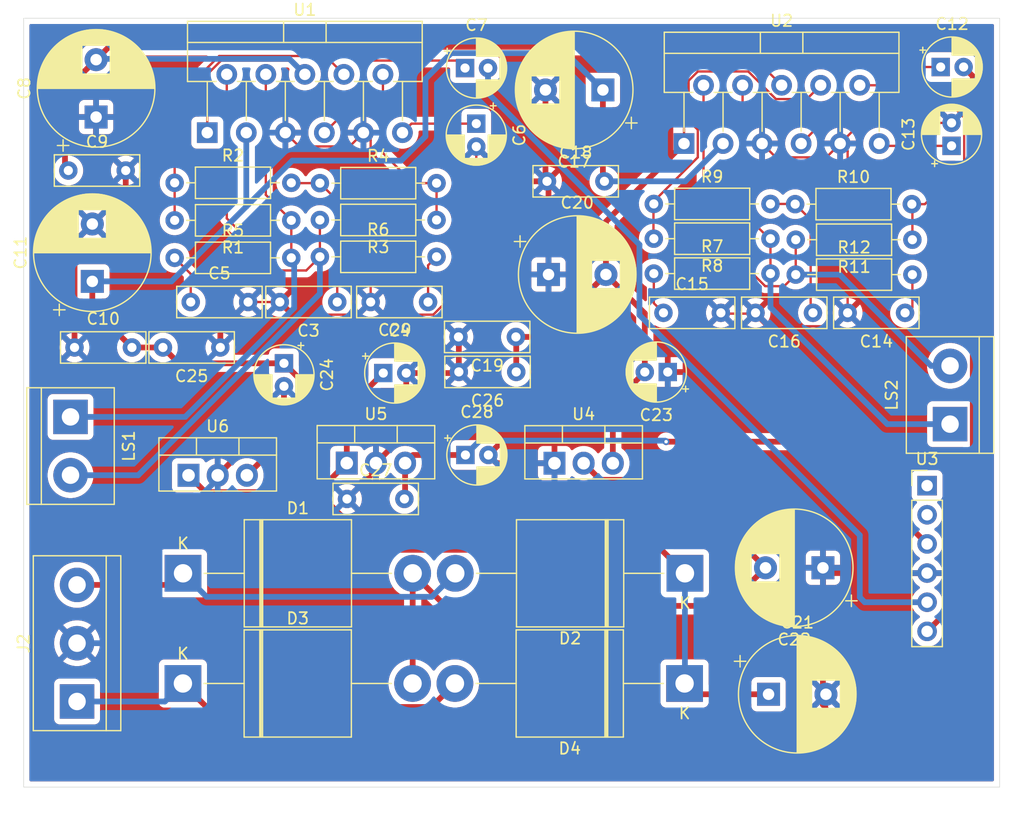
<source format=kicad_pcb>
(kicad_pcb (version 20241229) (generator "pcbnew") (generator_version "9.0")
  (layers (0 "F.Cu" signal) (2 "B.Cu" signal) (13 "F.Paste" user) (15 "B.Paste" user) (5 "F.SilkS" user "F.Silkscreen") (7 "B.SilkS" user "B.Silkscreen") (1 "F.Mask" user) (3 "B.Mask" user) (25 "Edge.Cuts" user))
  (net 0 "")
  (net 1 "GND")
  (net 2 "Net-(C3-Pad1)")
  (net 3 "Net-(C4-Pad1)")
  (net 4 "Net-(C5-Pad1)")
  (net 5 "Net-(U1A-+)")
  (net 6 "LIN")
  (net 7 "Net-(U1B-+)")
  (net 8 "-VSW")
  (net 9 "+VSW")
  (net 10 "Net-(U2B-+)")
  (net 11 "RIN")
  (net 12 "Net-(U2A-+)")
  (net 13 "Net-(C14-Pad1)")
  (net 14 "Net-(C15-Pad1)")
  (net 15 "Net-(C16-Pad1)")
  (net 16 "Net-(D2-K)")
  (net 17 "Net-(D1-A)")
  (net 18 "+5V")
  (net 19 "Net-(D1-K)")
  (net 20 "Net-(D3-K)")
  (net 21 "Net-(LS1-Pad1)")
  (net 22 "Net-(LS1-Pad2)")
  (net 23 "Net-(LS2-Pad1)")
  (net 24 "Net-(LS2-Pad2)")
  (net 25 "Net-(U1B--)")
  (net 26 "Net-(U1A--)")
  (net 27 "Net-(U2B--)")
  (net 28 "Net-(U2A--)")
  (footprint "Capacitor_THT:CP_Radial_D10.0mm_P5.00mm" (layer "F.Cu") (at 111.127677 72.05 180)
    (property "Reference" "C22" (at 2.5 -6.25 0) (layer "F.SilkS"))
    (property "Value" "1000uF")
    (pad "1" thru_hole rect (at 0 0 180) (size 2 2) (drill 1) (layers "*.Cu" "*.Mask") (net 1 "GND"))
    (pad "2" thru_hole circle (at 5 0 180) (size 2 2) (drill 1) (layers "*.Cu" "*.Mask") (net 17 "Net-(D1-A)"))
  )
  (footprint "TerminalBlock:TerminalBlock_bornier-2_P5.08mm" (layer "F.Cu") (at 122.2 59.53 90)
    (property "Reference" "LS2" (at 2.54 -5.08 90) (layer "F.SilkS"))
    (property "Value" "Speaker")
    (pad "1" thru_hole rect (at 0 0 90) (size 3 3) (drill 1.52) (layers "*.Cu" "*.Mask") (net 23 "Net-(LS2-Pad1)"))
    (pad "2" thru_hole circle (at 5.08 0 90) (size 3 3) (drill 1.52) (layers "*.Cu" "*.Mask") (net 24 "Net-(LS2-Pad2)"))
  )
  (footprint "Resistor_THT:R_Axial_DIN0207_L6.3mm_D2.5mm_P10.16mm_Horizontal" (layer "F.Cu") (at 54.67 38.5)
    (property "Reference" "R2" (at 5.08 -2.37 0) (layer "F.SilkS"))
    (property "Value" "560R")
    (pad "1" thru_hole circle (at 0 0) (size 1.6 1.6) (drill 0.8) (layers "*.Cu" "*.Mask") (net 25 "Net-(U1B--)"))
    (pad "2" thru_hole oval (at 10.16 0) (size 1.6 1.6) (drill 0.8) (layers "*.Cu" "*.Mask") (net 2 "Net-(C3-Pad1)"))
  )
  (footprint "Capacitor_THT:CP_Radial_D5.0mm_P2.00mm" (layer "F.Cu") (at 121.38 28.41)
    (property "Reference" "C12" (at 1 -3.75 0) (layer "F.SilkS"))
    (property "Value" "1uF")
    (pad "1" thru_hole rect (at 0 0) (size 1.6 1.6) (drill 0.8) (layers "*.Cu" "*.Mask") (net 10 "Net-(U2B-+)"))
    (pad "2" thru_hole circle (at 2 0) (size 1.6 1.6) (drill 0.8) (layers "*.Cu" "*.Mask") (net 11 "RIN"))
  )
  (footprint "Package_TO_SOT_THT:TO-220-3_Vertical" (layer "F.Cu") (at 55.88 63.99)
    (property "Reference" "U6" (at 2.54 -4.27 0) (layer "F.SilkS"))
    (property "Value" "L7812")
    (pad "1" thru_hole rect (at 0 0) (size 1.905 2) (drill 1.1) (layers "*.Cu" "*.Mask") (net 16 "Net-(D2-K)"))
    (pad "2" thru_hole oval (at 2.54 0) (size 1.905 2) (drill 1.1) (layers "*.Cu" "*.Mask") (net 1 "GND"))
    (pad "3" thru_hole oval (at 5.08 0) (size 1.905 2) (drill 1.1) (layers "*.Cu" "*.Mask") (net 9 "+VSW"))
  )
  (footprint "Capacitor_THT:CP_Radial_D10.0mm_P5.00mm" (layer "F.Cu") (at 106.392323 83.07)
    (property "Reference" "C21" (at 2.5 -6.25 0) (layer "F.SilkS"))
    (property "Value" "1000uF")
    (pad "1" thru_hole rect (at 0 0) (size 2 2) (drill 1) (layers "*.Cu" "*.Mask") (net 16 "Net-(D2-K)"))
    (pad "2" thru_hole circle (at 5 0) (size 2 2) (drill 1) (layers "*.Cu" "*.Mask") (net 1 "GND"))
  )
  (footprint "TerminalBlock:TerminalBlock_bornier-2_P5.08mm" (layer "F.Cu") (at 45.6 58.9 -90)
    (property "Reference" "LS1" (at 2.54 -5.08 90) (layer "F.SilkS"))
    (property "Value" "Speaker")
    (pad "1" thru_hole rect (at 0 0 270) (size 3 3) (drill 1.52) (layers "*.Cu" "*.Mask") (net 21 "Net-(LS1-Pad1)"))
    (pad "2" thru_hole circle (at 5.08 0 270) (size 3 3) (drill 1.52) (layers "*.Cu" "*.Mask") (net 22 "Net-(LS1-Pad2)"))
  )
  (footprint "Resistor_THT:R_Axial_DIN0207_L6.3mm_D2.5mm_P10.16mm_Horizontal" (layer "F.Cu") (at 96.4 46.41)
    (property "Reference" "R7" (at 5.08 -2.37 0) (layer "F.SilkS"))
    (property "Value" "4.7R")
    (pad "1" thru_hole circle (at 0 0) (size 1.6 1.6) (drill 0.8) (layers "*.Cu" "*.Mask") (net 14 "Net-(C15-Pad1)"))
    (pad "2" thru_hole oval (at 10.16 0) (size 1.6 1.6) (drill 0.8) (layers "*.Cu" "*.Mask") (net 23 "Net-(LS2-Pad1)"))
  )
  (footprint "Capacitor_THT:CP_Radial_D5.0mm_P2.00mm" (layer "F.Cu") (at 79.96 28.5)
    (property "Reference" "C7" (at 1 -3.75 0) (layer "F.SilkS"))
    (property "Value" "1uF")
    (pad "1" thru_hole rect (at 0 0) (size 1.6 1.6) (drill 0.8) (layers "*.Cu" "*.Mask") (net 7 "Net-(U1B-+)"))
    (pad "2" thru_hole circle (at 2 0) (size 1.6 1.6) (drill 0.8) (layers "*.Cu" "*.Mask") (net 6 "LIN"))
  )
  (footprint "Capacitor_THT:CP_Radial_D10.0mm_P5.00mm" (layer "F.Cu") (at 87.23 46.49)
    (property "Reference" "C20" (at 2.5 -6.25 0) (layer "F.SilkS"))
    (property "Value" "1000uF")
    (pad "1" thru_hole rect (at 0 0) (size 2 2) (drill 1) (layers "*.Cu" "*.Mask") (net 1 "GND"))
    (pad "2" thru_hole circle (at 5 0) (size 2 2) (drill 1) (layers "*.Cu" "*.Mask") (net 8 "-VSW"))
  )
  (footprint "Capacitor_THT:CP_Radial_D10.0mm_P5.00mm" (layer "F.Cu") (at 47.5 47.09 90)
    (property "Reference" "C11" (at 2.5 -6.25 90) (layer "F.SilkS"))
    (property "Value" "1000uF")
    (pad "1" thru_hole rect (at 0 0 90) (size 2 2) (drill 1) (layers "*.Cu" "*.Mask") (net 9 "+VSW"))
    (pad "2" thru_hole circle (at 5 0 90) (size 2 2) (drill 1) (layers "*.Cu" "*.Mask") (net 1 "GND"))
  )
  (footprint "Diode_THT:D_P600_R-6_P20.00mm_Horizontal" (layer "F.Cu") (at 55.39 82.13)
    (property "Reference" "D3" (at 10 -5.67 0) (layer "F.SilkS"))
    (property "Value" "D")
    (fp_text user "K" (at 0 -2.6 0) (layer "F.SilkS"))
    (pad "1" thru_hole rect (at 0 0) (size 3.2 3.2) (drill 1.6) (layers "*.Cu" "*.Mask") (net 20 "Net-(D3-K)"))
    (pad "2" thru_hole oval (at 20 0) (size 3.2 3.2) (drill 1.6) (layers "*.Cu" "*.Mask") (net 17 "Net-(D1-A)"))
  )
  (footprint "Resistor_THT:R_Axial_DIN0207_L6.3mm_D2.5mm_P10.16mm_Horizontal" (layer "F.Cu") (at 108.76 46.5)
    (property "Reference" "R12" (at 5.08 -2.37 0) (layer "F.SilkS"))
    (property "Value" "4.7R")
    (pad "1" thru_hole circle (at 0 0) (size 1.6 1.6) (drill 0.8) (layers "*.Cu" "*.Mask") (net 24 "Net-(LS2-Pad2)"))
    (pad "2" thru_hole oval (at 10.16 0) (size 1.6 1.6) (drill 0.8) (layers "*.Cu" "*.Mask") (net 13 "Net-(C14-Pad1)"))
  )
  (footprint "Capacitor_THT:C_Rect_L7.2mm_W2.5mm_P5.00mm_FKS2_FKP2_MKS2_MKP2" (layer "F.Cu") (at 68.83 48.89 180)
    (property "Reference" "C3" (at 2.5 -2.5 0) (layer "F.SilkS"))
    (property "Value" "5.6nF")
    (pad "1" thru_hole circle (at 0 0 180) (size 1.6 1.6) (drill 0.8) (layers "*.Cu" "*.Mask") (net 2 "Net-(C3-Pad1)"))
    (pad "2" thru_hole circle (at 5 0 180) (size 1.6 1.6) (drill 0.8) (layers "*.Cu" "*.Mask") (net 1 "GND"))
  )
  (footprint "Capacitor_THT:C_Rect_L7.2mm_W2.5mm_P5.00mm_FKS2_FKP2_MKS2_MKP2" (layer "F.Cu") (at 118.28 49.83 180)
    (property "Reference" "C14" (at 2.5 -2.5 0) (layer "F.SilkS"))
    (property "Value" "0.1uF")
    (pad "1" thru_hole circle (at 0 0 180) (size 1.6 1.6) (drill 0.8) (layers "*.Cu" "*.Mask") (net 13 "Net-(C14-Pad1)"))
    (pad "2" thru_hole circle (at 5 0 180) (size 1.6 1.6) (drill 0.8) (layers "*.Cu" "*.Mask") (net 1 "GND"))
  )
  (footprint "Resistor_THT:R_Axial_DIN0207_L6.3mm_D2.5mm_P10.16mm_Horizontal" (layer "F.Cu") (at 67.32 44.95)
    (property "Reference" "R6" (at 5.08 -2.37 0) (layer "F.SilkS"))
    (property "Value" "4.7R")
    (pad "1" thru_hole circle (at 0 0) (size 1.6 1.6) (drill 0.8) (layers "*.Cu" "*.Mask") (net 22 "Net-(LS1-Pad2)"))
    (pad "2" thru_hole oval (at 10.16 0) (size 1.6 1.6) (drill 0.8) (layers "*.Cu" "*.Mask") (net 3 "Net-(C4-Pad1)"))
  )
  (footprint "Capacitor_THT:C_Rect_L7.2mm_W2.5mm_P5.00mm_FKS2_FKP2_MKS2_MKP2" (layer "F.Cu") (at 76.74 48.89 180)
    (property "Reference" "C4" (at 2.5 -2.5 0) (layer "F.SilkS"))
    (property "Value" "0.1uF")
    (pad "1" thru_hole circle (at 0 0 180) (size 1.6 1.6) (drill 0.8) (layers "*.Cu" "*.Mask") (net 3 "Net-(C4-Pad1)"))
    (pad "2" thru_hole circle (at 5 0 180) (size 1.6 1.6) (drill 0.8) (layers "*.Cu" "*.Mask") (net 1 "GND"))
  )
  (footprint "Package_TO_SOT_THT:TO-220-11_P3.4x5.08mm_StaggerOdd_Lead4.85mm_Vertical" (layer "F.Cu") (at 57.51 34.13)
    (property "Reference" "U1" (at 8.5 -10.7 0) (layer "F.SilkS"))
    (property "Value" "TDA7265")
    (pad "1" thru_hole rect (at 0 0) (size 1.8 1.8) (drill 1) (layers "*.Cu" "*.Mask") (net 8 "-VSW"))
    (pad "2" thru_hole oval (at 1.7 -5.08) (size 1.8 1.8) (drill 1) (layers "*.Cu" "*.Mask") (net 22 "Net-(LS1-Pad2)"))
    (pad "3" thru_hole oval (at 3.4 0) (size 1.8 1.8) (drill 1) (layers "*.Cu" "*.Mask") (net 9 "+VSW"))
    (pad "4" thru_hole oval (at 5.1 -5.08) (size 1.8 1.8) (drill 1) (layers "*.Cu" "*.Mask") (net 21 "Net-(LS1-Pad1)"))
    (pad "5" thru_hole oval (at 6.8 0) (size 1.8 1.8) (drill 1) (layers "*.Cu" "*.Mask") (net 1 "GND"))
    (pad "6" thru_hole oval (at 8.5 -5.08) (size 1.8 1.8) (drill 1) (layers "*.Cu" "*.Mask") (net 8 "-VSW"))
    (pad "7" thru_hole oval (at 10.2 0) (size 1.8 1.8) (drill 1) (layers "*.Cu" "*.Mask") (net 7 "Net-(U1B-+)"))
    (pad "8" thru_hole oval (at 11.9 -5.08) (size 1.8 1.8) (drill 1) (layers "*.Cu" "*.Mask") (net 25 "Net-(U1B--)"))
    (pad "9" thru_hole oval (at 13.6 0) (size 1.8 1.8) (drill 1) (layers "*.Cu" "*.Mask") (net 1 "GND"))
    (pad "10" thru_hole oval (at 15.3 -5.08) (size 1.8 1.8) (drill 1) (layers "*.Cu" "*.Mask") (net 26 "Net-(U1A--)"))
    (pad "11" thru_hole oval (at 17 0) (size 1.8 1.8) (drill 1) (layers "*.Cu" "*.Mask") (net 5 "Net-(U1A-+)"))
  )
  (footprint "Capacitor_THT:C_Rect_L7.2mm_W2.5mm_P5.00mm_FKS2_FKP2_MKS2_MKP2" (layer "F.Cu") (at 87.097677 38.37)
    (property "Reference" "C18" (at 2.5 -2.5 0) (layer "F.SilkS"))
    (property "Value" "0.1uF")
    (pad "1" thru_hole circle (at 0 0) (size 1.6 1.6) (drill 0.8) (layers "*.Cu" "*.Mask") (net 1 "GND"))
    (pad "2" thru_hole circle (at 5 0) (size 1.6 1.6) (drill 0.8) (layers "*.Cu" "*.Mask") (net 9 "+VSW"))
  )
  (footprint "Connector_PinHeader_2.54mm:PinHeader_1x06_P2.54mm_Vertical" (layer "F.Cu") (at 120.2 64.89)
    (property "Reference" "U3" (at 0 -2.33 0) (layer "F.SilkS"))
    (property "Value" "MH-M18")
    (pad "1" thru_hole rect (at 0 0) (size 1.7 1.7) (drill 1) (layers "*.Cu" "*.Mask"))
    (pad "2" thru_hole oval (at 0 2.54) (size 1.7 1.7) (drill 1) (layers "*.Cu" "*.Mask"))
    (pad "3" thru_hole oval (at 0 5.08) (size 1.7 1.7) (drill 1) (layers "*.Cu" "*.Mask") (net 18 "+5V"))
    (pad "4" thru_hole oval (at 0 7.62) (size 1.7 1.7) (drill 1) (layers "*.Cu" "*.Mask") (net 1 "GND"))
    (pad "5" thru_hole oval (at 0 10.16) (size 1.7 1.7) (drill 1) (layers "*.Cu" "*.Mask") (net 6 "LIN"))
    (pad "6" thru_hole oval (at 0 12.7) (size 1.7 1.7) (drill 1) (layers "*.Cu" "*.Mask") (net 11 "RIN"))
  )
  (footprint "Resistor_THT:R_Axial_DIN0207_L6.3mm_D2.5mm_P10.16mm_Horizontal" (layer "F.Cu") (at 108.71 40.36)
    (property "Reference" "R10" (at 5.08 -2.37 0) (layer "F.SilkS"))
    (property "Value" "560R")
    (pad "1" thru_hole circle (at 0 0) (size 1.6 1.6) (drill 0.8) (layers "*.Cu" "*.Mask") (net 15 "Net-(C16-Pad1)"))
    (pad "2" thru_hole oval (at 10.16 0) (size 1.6 1.6) (drill 0.8) (layers "*.Cu" "*.Mask") (net 28 "Net-(U2A--)"))
  )
  (footprint "Package_TO_SOT_THT:TO-220-11_P3.4x5.08mm_StaggerOdd_Lead4.85mm_Vertical" (layer "F.Cu") (at 99.03 35.08)
    (property "Reference" "U2" (at 8.5 -10.7 0) (layer "F.SilkS"))
    (property "Value" "TDA7265")
    (pad "1" thru_hole rect (at 0 0) (size 1.8 1.8) (drill 1) (layers "*.Cu" "*.Mask") (net 8 "-VSW"))
    (pad "2" thru_hole oval (at 1.7 -5.08) (size 1.8 1.8) (drill 1) (layers "*.Cu" "*.Mask") (net 24 "Net-(LS2-Pad2)"))
    (pad "3" thru_hole oval (at 3.4 0) (size 1.8 1.8) (drill 1) (layers "*.Cu" "*.Mask") (net 9 "+VSW"))
    (pad "4" thru_hole oval (at 5.1 -5.08) (size 1.8 1.8) (drill 1) (layers "*.Cu" "*.Mask") (net 23 "Net-(LS2-Pad1)"))
    (pad "5" thru_hole oval (at 6.8 0) (size 1.8 1.8) (drill 1) (layers "*.Cu" "*.Mask") (net 1 "GND"))
    (pad "6" thru_hole oval (at 8.5 -5.08) (size 1.8 1.8) (drill 1) (layers "*.Cu" "*.Mask") (net 8 "-VSW"))
    (pad "7" thru_hole oval (at 10.2 0) (size 1.8 1.8) (drill 1) (layers "*.Cu" "*.Mask") (net 10 "Net-(U2B-+)"))
    (pad "8" thru_hole oval (at 11.9 -5.08) (size 1.8 1.8) (drill 1) (layers "*.Cu" "*.Mask") (net 27 "Net-(U2B--)"))
    (pad "9" thru_hole oval (at 13.6 0) (size 1.8 1.8) (drill 1) (layers "*.Cu" "*.Mask") (net 1 "GND"))
    (pad "10" thru_hole oval (at 15.3 -5.08) (size 1.8 1.8) (drill 1) (layers "*.Cu" "*.Mask") (net 28 "Net-(U2A--)"))
    (pad "11" thru_hole oval (at 17 0) (size 1.8 1.8) (drill 1) (layers "*.Cu" "*.Mask") (net 12 "Net-(U2A-+)"))
  )
  (footprint "Capacitor_THT:C_Rect_L7.2mm_W2.5mm_P5.00mm_FKS2_FKP2_MKS2_MKP2" (layer "F.Cu") (at 84.39 51.93 180)
    (property "Reference" "C19" (at 2.5 -2.5 0) (layer "F.SilkS"))
    (property "Value" "0.1uF")
    (pad "1" thru_hole circle (at 0 0 180) (size 1.6 1.6) (drill 0.8) (layers "*.Cu" "*.Mask") (net 8 "-VSW"))
    (pad "2" thru_hole circle (at 5 0 180) (size 1.6 1.6) (drill 0.8) (layers "*.Cu" "*.Mask") (net 1 "GND"))
  )
  (footprint "Capacitor_THT:C_Rect_L7.2mm_W2.5mm_P5.00mm_FKS2_FKP2_MKS2_MKP2" (layer "F.Cu") (at 97.24 49.83)
    (property "Reference" "C15" (at 2.5 -2.5 0) (layer "F.SilkS"))
    (property "Value" "0.1uF")
    (pad "1" thru_hole circle (at 0 0) (size 1.6 1.6) (drill 0.8) (layers "*.Cu" "*.Mask") (net 14 "Net-(C15-Pad1)"))
    (pad "2" thru_hole circle (at 5 0) (size 1.6 1.6) (drill 0.8) (layers "*.Cu" "*.Mask") (net 1 "GND"))
  )
  (footprint "Capacitor_THT:CP_Radial_D10.0mm_P5.00mm" (layer "F.Cu") (at 47.83 32.77 90)
    (property "Reference" "C8" (at 2.5 -6.25 90) (layer "F.SilkS"))
    (property "Value" "1000uF")
    (pad "1" thru_hole rect (at 0 0 90) (size 2 2) (drill 1) (layers "*.Cu" "*.Mask") (net 1 "GND"))
    (pad "2" thru_hole circle (at 5 0 90) (size 2 2) (drill 1) (layers "*.Cu" "*.Mask") (net 8 "-VSW"))
  )
  (footprint "Capacitor_THT:C_Rect_L7.2mm_W2.5mm_P5.00mm_FKS2_FKP2_MKS2_MKP2" (layer "F.Cu") (at 56.07 48.89)
    (property "Reference" "C5" (at 2.5 -2.5 0) (layer "F.SilkS"))
    (property "Value" "0.1uF")
    (pad "1" thru_hole circle (at 0 0) (size 1.6 1.6) (drill 0.8) (layers "*.Cu" "*.Mask") (net 4 "Net-(C5-Pad1)"))
    (pad "2" thru_hole circle (at 5 0) (size 1.6 1.6) (drill 0.8) (layers "*.Cu" "*.Mask") (net 1 "GND"))
  )
  (footprint "TerminalBlock:TerminalBlock_bornier-3_P5.08mm" (layer "F.Cu") (at 46.17 83.7 90)
    (property "Reference" "J2" (at 5.05 -4.65 90) (layer "F.SilkS"))
    (property "Value" "Conn_01x03_Socket")
    (pad "1" thru_hole rect (at 0 0 90) (size 3 3) (drill 1.52) (layers "*.Cu" "*.Mask") (net 20 "Net-(D3-K)"))
    (pad "2" thru_hole circle (at 5.08 0 90) (size 3 3) (drill 1.52) (layers "*.Cu" "*.Mask") (net 1 "GND"))
    (pad "3" thru_hole circle (at 10.16 0 90) (size 3 3) (drill 1.52) (layers "*.Cu" "*.Mask") (net 19 "Net-(D1-K)"))
  )
  (footprint "Diode_THT:D_P600_R-6_P20.00mm_Horizontal" (layer "F.Cu") (at 55.4 72.53)
    (property "Reference" "D1" (at 10 -5.67 0) (layer "F.SilkS"))
    (property "Value" "D")
    (fp_text user "K" (at 0 -2.6 0) (layer "F.SilkS"))
    (pad "1" thru_hole rect (at 0 0) (size 3.2 3.2) (drill 1.6) (layers "*.Cu" "*.Mask") (net 19 "Net-(D1-K)"))
    (pad "2" thru_hole oval (at 20 0) (size 3.2 3.2) (drill 1.6) (layers "*.Cu" "*.Mask") (net 17 "Net-(D1-A)"))
  )
  (footprint "Capacitor_THT:C_Rect_L7.2mm_W2.5mm_P5.00mm_FKS2_FKP2_MKS2_MKP2" (layer "F.Cu") (at 69.68 66.05)
    (property "Reference" "C27" (at 2.5 -2.5 0) (layer "F.SilkS"))
    (property "Value" "0.1uF")
    (pad "1" thru_hole circle (at 0 0) (size 1.6 1.6) (drill 0.8) (layers "*.Cu" "*.Mask") (net 1 "GND"))
    (pad "2" thru_hole circle (at 5 0) (size 1.6 1.6) (drill 0.8) (layers "*.Cu" "*.Mask") (net 18 "+5V"))
  )
  (footprint "Resistor_THT:R_Axial_DIN0207_L6.3mm_D2.5mm_P10.16mm_Horizontal" (layer "F.Cu") (at 96.4 40.34)
    (property "Reference" "R9" (at 5.08 -2.37 0) (layer "F.SilkS"))
    (property "Value" "560R")
    (pad "1" thru_hole circle (at 0 0) (size 1.6 1.6) (drill 0.8) (layers "*.Cu" "*.Mask") (net 27 "Net-(U2B--)"))
    (pad "2" thru_hole oval (at 10.16 0) (size 1.6 1.6) (drill 0.8) (layers "*.Cu" "*.Mask") (net 15 "Net-(C16-Pad1)"))
  )
  (footprint "Capacitor_THT:C_Rect_L7.2mm_W2.5mm_P5.00mm_FKS2_FKP2_MKS2_MKP2" (layer "F.Cu") (at 110.26 49.83 180)
    (property "Reference" "C16" (at 2.5 -2.5 0) (layer "F.SilkS"))
    (property "Value" "5.6nF")
    (pad "1" thru_hole circle (at 0 0 180) (size 1.6 1.6) (drill 0.8) (layers "*.Cu" "*.Mask") (net 15 "Net-(C16-Pad1)"))
    (pad "2" thru_hole circle (at 5 0 180) (size 1.6 1.6) (drill 0.8) (layers "*.Cu" "*.Mask") (net 1 "GND"))
  )
  (footprint "Resistor_THT:R_Axial_DIN0207_L6.3mm_D2.5mm_P10.16mm_Horizontal" (layer "F.Cu") (at 64.83 41.77 180)
    (property "Reference" "R1" (at 5.08 -2.37 0) (layer "F.SilkS"))
    (property "Value" "36K")
    (pad "1" thru_hole circle (at 0 0 180) (size 1.6 1.6) (drill 0.8) (layers "*.Cu" "*.Mask") (net 21 "Net-(LS1-Pad1)"))
    (pad "2" thru_hole oval (at 10.16 0 180) (size 1.6 1.6) (drill 0.8) (layers "*.Cu" "*.Mask") (net 25 "Net-(U1B--)"))
  )
  (footprint "Package_TO_SOT_THT:TO-220-3_Vertical" (layer "F.Cu") (at 87.75 62.935)
    (property "Reference" "U4" (at 2.54 -4.27 0) (layer "F.SilkS"))
    (property "Value" "L7912")
    (pad "1" thru_hole rect (at 0 0) (size 1.905 2) (drill 1.1) (layers "*.Cu" "*.Mask") (net 1 "GND"))
    (pad "2" thru_hole oval (at 2.54 0) (size 1.905 2) (drill 1.1) (layers "*.Cu" "*.Mask") (net 17 "Net-(D1-A)"))
    (pad "3" thru_hole oval (at 5.08 0) (size 1.905 2) (drill 1.1) (layers "*.Cu" "*.Mask") (net 8 "-VSW"))
  )
  (footprint "Resistor_THT:R_Axial_DIN0207_L6.3mm_D2.5mm_P10.16mm_Horizontal" (layer "F.Cu") (at 118.92 43.46 180)
    (property "Reference" "R11" (at 5.08 -2.37 0) (layer "F.SilkS"))
    (property "Value" "36K")
    (pad "1" thru_hole circle (at 0 0 180) (size 1.6 1.6) (drill 0.8) (layers "*.Cu" "*.Mask") (net 28 "Net-(U2A--)"))
    (pad "2" thru_hole oval (at 10.16 0 180) (size 1.6 1.6) (drill 0.8) (layers "*.Cu" "*.Mask") (net 24 "Net-(LS2-Pad2)"))
  )
  (footprint "Resistor_THT:R_Axial_DIN0207_L6.3mm_D2.5mm_P10.16mm_Horizontal" (layer "F.Cu") (at 54.67 45.04)
    (property "Reference" "R5" (at 5.08 -2.37 0) (layer "F.SilkS"))
    (property "Value" "4.7R")
    (pad "1" thru_hole circle (at 0 0) (size 1.6 1.6) (drill 0.8) (layers "*.Cu" "*.Mask") (net 4 "Net-(C5-Pad1)"))
    (pad "2" thru_hole oval (at 10.16 0) (size 1.6 1.6) (drill 0.8) (layers "*.Cu" "*.Mask") (net 21 "Net-(LS1-Pad1)"))
  )
  (footprint "Capacitor_THT:CP_Radial_D5.0mm_P2.00mm" (layer "F.Cu") (at 80.94 33.344887 -90)
    (property "Reference" "C6" (at 1 -3.75 90) (layer "F.SilkS"))
    (property "Value" "1uF")
    (pad "1" thru_hole rect (at 0 0 270) (size 1.6 1.6) (drill 0.8) (layers "*.Cu" "*.Mask") (net 5 "Net-(U1A-+)"))
    (pad "2" thru_hole circle (at 2 0 270) (size 1.6 1.6) (drill 0.8) (layers "*.Cu" "*.Mask") (net 1 "GND"))
  )
  (footprint "Capacitor_THT:CP_Radial_D10.0mm_P5.00mm" (layer "F.Cu") (at 91.965354 30.41 180)
    (property "Reference" "C17" (at 2.5 -6.25 0) (layer "F.SilkS"))
    (property "Value" "1000uF")
    (pad "1" thru_hole rect (at 0 0 180) (size 2 2) (drill 1) (layers "*.Cu" "*.Mask") (net 9 "+VSW"))
    (pad "2" thru_hole circle (at 5 0 180) (size 2 2) (drill 1) (layers "*.Cu" "*.Mask") (net 1 "GND"))
  )
  (footprint "Capacitor_THT:C_Rect_L7.2mm_W2.5mm_P5.00mm_FKS2_FKP2_MKS2_MKP2" (layer "F.Cu") (at 45.95 52.85)
    (property "Reference" "C10" (at 2.5 -2.5 0) (layer "F.SilkS"))
    (property "Value" "0.1uF")
    (pad "1" thru_hole circle (at 0 0) (size 1.6 1.6) (drill 0.8) (layers "*.Cu" "*.Mask") (net 1 "GND"))
    (pad "2" thru_hole circle (at 5 0) (size 1.6 1.6) (drill 0.8) (layers "*.Cu" "*.Mask") (net 9 "+VSW"))
  )
  (footprint "Resistor_THT:R_Axial_DIN0207_L6.3mm_D2.5mm_P10.16mm_Horizontal" (layer "F.Cu") (at 67.32 38.53)
    (property "Reference" "R4" (at 5.08 -2.37 0) (layer "F.SilkS"))
    (property "Value" "560R")
    (pad "1" thru_hole circle (at 0 0) (size 1.6 1.6) (drill 0.8) (layers "*.Cu" "*.Mask") (net 2 "Net-(C3-Pad1)"))
    (pad "2" thru_hole oval (at 10.16 0) (size 1.6 1.6) (drill 0.8) (layers "*.Cu" "*.Mask") (net 26 "Net-(U1A--)"))
  )
  (footprint "Diode_THT:D_P600_R-6_P20.00mm_Horizontal" (layer "F.Cu") (at 99.08 82.13 180)
    (property "Reference" "D4" (at 10 -5.67 0) (layer "F.SilkS"))
    (property "Value" "D")
    (fp_text user "K" (at 0 -2.6 0) (layer "F.SilkS"))
    (pad "1" thru_hole rect (at 0 0 180) (size 3.2 3.2) (drill 1.6) (layers "*.Cu" "*.Mask") (net 16 "Net-(D2-K)"))
    (pad "2" thru_hole oval (at 20 0 180) (size 3.2 3.2) (drill 1.6) (layers "*.Cu" "*.Mask") (net 20 "Net-(D3-K)"))
  )
  (footprint "Capacitor_THT:CP_Radial_D5.0mm_P2.00mm" (layer "F.Cu") (at 122.33 35.28 90)
    (property "Reference" "C13" (at 1 -3.75 90) (layer "F.SilkS"))
    (property "Value" "1uF")
    (pad "1" thru_hole rect (at 0 0 90) (size 1.6 1.6) (drill 0.8) (layers "*.Cu" "*.Mask") (net 12 "Net-(U2A-+)"))
    (pad "2" thru_hole circle (at 2 0 90) (size 1.6 1.6) (drill 0.8) (layers "*.Cu" "*.Mask") (net 1 "GND"))
  )
  (footprint "Capacitor_THT:CP_Radial_D5.0mm_P2.00mm" (layer "F.Cu") (at 97.615113 54.99 180)
    (property "Reference" "C23" (at 1 -3.75 0) (layer "F.SilkS"))
    (property "Value" "10uF")
    (pad "1" thru_hole rect (at 0 0 180) (size 1.6 1.6) (drill 0.8) (layers "*.Cu" "*.Mask") (net 1 "GND"))
    (pad "2" thru_hole circle (at 2 0 180) (size 1.6 1.6) (drill 0.8) (layers "*.Cu" "*.Mask") (net 8 "-VSW"))
  )
  (footprint "Capacitor_THT:CP_Radial_D5.0mm_P2.00mm" (layer "F.Cu") (at 79.994888 62.22)
    (property "Reference" "C28" (at 1 -3.75 0) (layer "F.SilkS"))
    (property "Value" "10uF")
    (pad "1" thru_hole rect (at 0 0) (size 1.6 1.6) (drill 0.8) (layers "*.Cu" "*.Mask") (net 18 "+5V"))
    (pad "2" thru_hole circle (at 2 0) (size 1.6 1.6) (drill 0.8) (layers "*.Cu" "*.Mask") (net 1 "GND"))
  )
  (footprint "Diode_THT:D_P600_R-6_P20.00mm_Horizontal" (layer "F.Cu") (at 99.11 72.53 180)
    (property "Reference" "D2" (at 10 -5.67 0) (layer "F.SilkS"))
    (property "Value" "D")
    (fp_text user "K" (at 0 -2.6 0) (layer "F.SilkS"))
    (pad "1" thru_hole rect (at 0 0 180) (size 3.2 3.2) (drill 1.6) (layers "*.Cu" "*.Mask") (net 16 "Net-(D2-K)"))
    (pad "2" thru_hole oval (at 20 0 180) (size 3.2 3.2) (drill 1.6) (layers "*.Cu" "*.Mask") (net 19 "Net-(D1-K)"))
  )
  (footprint "Capacitor_THT:C_Rect_L7.2mm_W2.5mm_P5.00mm_FKS2_FKP2_MKS2_MKP2" (layer "F.Cu") (at 45.41 37.43)
    (property "Reference" "C9" (at 2.5 -2.5 0) (layer "F.SilkS"))
    (property "Value" "0.1uF")
    (pad "1" thru_hole circle (at 0 0) (size 1.6 1.6) (drill 0.8) (layers "*.Cu" "*.Mask") (net 8 "-VSW"))
    (pad "2" thru_hole circle (at 5 0) (size 1.6 1.6) (drill 0.8) (layers "*.Cu" "*.Mask") (net 1 "GND"))
  )
  (footprint "Capacitor_THT:CP_Radial_D5.0mm_P2.00mm" (layer "F.Cu") (at 72.84 55.08)
    (property "Reference" "C29" (at 1 -3.75 0) (layer "F.SilkS"))
    (property "Value" "10uF")
    (pad "1" thru_hole rect (at 0 0) (size 1.6 1.6) (drill 0.8) (layers "*.Cu" "*.Mask") (net 16 "Net-(D2-K)"))
    (pad "2" thru_hole circle (at 2 0) (size 1.6 1.6) (drill 0.8) (layers "*.Cu" "*.Mask") (net 1 "GND"))
  )
  (footprint "Resistor_THT:R_Axial_DIN0207_L6.3mm_D2.5mm_P10.16mm_Horizontal" (layer "F.Cu") (at 77.48 41.74 180)
    (property "Reference" "R3" (at 5.08 -2.37 0) (layer "F.SilkS"))
    (property "Value" "36K")
    (pad "1" thru_hole circle (at 0 0 180) (size 1.6 1.6) (drill 0.8) (layers "*.Cu" "*.Mask") (net 26 "Net-(U1A--)"))
    (pad "2" thru_hole oval (at 10.16 0 180) (size 1.6 1.6) (drill 0.8) (layers "*.Cu" "*.Mask") (net 22 "Net-(LS1-Pad2)"))
  )
  (footprint "Package_TO_SOT_THT:TO-220-3_Vertical" (layer "F.Cu") (at 69.66 62.925)
    (property "Reference" "U5" (at 2.54 -4.27 0) (layer "F.SilkS"))
    (property "Value" "L7805")
    (pad "1" thru_hole rect (at 0 0) (size 1.905 2) (drill 1.1) (layers "*.Cu" "*.Mask") (net 16 "Net-(D2-K)"))
    (pad "2" thru_hole oval (at 2.54 0) (size 1.905 2) (drill 1.1) (layers "*.Cu" "*.Mask") (net 1 "GND"))
    (pad "3" thru_hole oval (at 5.08 0) (size 1.905 2) (drill 1.1) (layers "*.Cu" "*.Mask") (net 18 "+5V"))
  )
  (footprint "Resistor_THT:R_Axial_DIN0207_L6.3mm_D2.5mm_P10.16mm_Horizontal" (layer "F.Cu") (at 106.56 43.37 180)
    (property "Reference" "R8" (at 5.08 -2.37 0) (layer "F.SilkS"))
    (property "Value" "36K")
    (pad "1" thru_hole circle (at 0 0 180) (size 1.6 1.6) (drill 0.8) (layers "*.Cu" "*.Mask") (net 23 "Net-(LS2-Pad1)"))
    (pad "2" thru_hole oval (at 10.16 0 180) (size 1.6 1.6) (drill 0.8) (layers "*.Cu" "*.Mask") (net 27 "Net-(U2B--)"))
  )
  (footprint "Capacitor_THT:C_Rect_L7.2mm_W2.5mm_P5.00mm_FKS2_FKP2_MKS2_MKP2" (layer "F.Cu") (at 58.65 52.85 180)
    (property "Reference" "C25" (at 2.5 -2.5 0) (layer "F.SilkS"))
    (property "Value" "0.1uF")
    (pad "1" thru_hole circle (at 0 0 180) (size 1.6 1.6) (drill 0.8) (layers "*.Cu" "*.Mask") (net 1 "GND"))
    (pad "2" thru_hole circle (at 5 0 180) (size 1.6 1.6) (drill 0.8) (layers "*.Cu" "*.Mask") (net 9 "+VSW"))
  )
  (footprint "Capacitor_THT:C_Rect_L7.2mm_W2.5mm_P5.00mm_FKS2_FKP2_MKS2_MKP2" (layer "F.Cu") (at 84.42 54.98 180)
    (property "Reference" "C26" (at 2.5 -2.5 0) (layer "F.SilkS"))
    (property "Value" "0.1uF")
    (pad "1" thru_hole circle (at 0 0 180) (size 1.6 1.6) (drill 0.8) (layers "*.Cu" "*.Mask") (net 8 "-VSW"))
    (pad "2" thru_hole circle (at 5 0 180) (size 1.6 1.6) (drill 0.8) (layers "*.Cu" "*.Mask") (net 1 "GND"))
  )
  (footprint "Capacitor_THT:CP_Radial_D5.0mm_P2.00mm" (layer "F.Cu") (at 64.19 54.23 -90)
    (property "Reference" "C24" (at 1 -3.75 90) (layer "F.SilkS"))
    (property "Value" "10uF")
    (pad "1" thru_hole rect (at 0 0 270) (size 1.6 1.6) (drill 0.8) (layers "*.Cu" "*.Mask") (net 9 "+VSW"))
    (pad "2" thru_hole circle (at 2 0 270) (size 1.6 1.6) (drill 0.8) (layers "*.Cu" "*.Mask") (net 1 "GND"))
  )
  (gr_rect (start 41.52 24.16) (end 126.52 91.16) (stroke (width 0.05)) (fill no) (layer "Edge.Cuts"))
  (segment (start 65.511 35.331) (end 64.31 34.13) (width 0.2) (layer "F.Cu") (net 1))
  (segment (start 58.65 51.31) (end 61.07 48.89) (width 0.5) (layer "F.Cu") (net 1))
  (segment (start 120.2 72.51) (end 111.587677 72.51) (width 0.5) (layer "F.Cu") (net 1))
  (segment (start 114.43 33.28) (end 112.63 35.08) (width 0.2) (layer "F.Cu") (net 1))
  (segment (start 113.28 49.99) (end 113.28 35.73) (width 0.2) (layer "F.Cu") (net 1))
  (segment (start 87.23 46.49) (end 87.23 38.502323) (width 0.5) (layer "F.Cu") (net 1))
  (segment (start 74.84 60.285) (end 72.2 62.925) (width 0.5) (layer "F.Cu") (net 1))
  (segment (start 105.83 35.08) (end 107.031 36.281) (width 0.2) (layer "F.Cu") (net 1))
  (segment (start 107.031 36.281) (end 111.429 36.281) (width 0.2) (layer "F.Cu") (net 1))
  (segment (start 74.84 55.08) (end 74.84 60.285) (width 0.5) (layer "F.Cu") (net 1))
  (segment (start 58.65 52.85) (end 58.65 51.31) (width 0.5) (layer "F.Cu") (net 1))
  (segment (start 113.28 35.73) (end 112.63 35.08) (width 0.2) (layer "F.Cu") (net 1))
  (segment (start 113.28 49.99) (end 112.269 51.001) (width 0.2) (layer "F.Cu") (net 1))
  (segment (start 47.83 32.77) (end 47.83 34.85) (width 0.5) (layer "F.Cu") (net 1))
  (segment (start 71.74 48.89) (end 71.74 34.76) (width 0.2) (layer "F.Cu") (net 1))
  (segment (start 112.269 51.001) (end 106.161 51.001) (width 0.2) (layer "F.Cu") (net 1))
  (segment (start 111.127677 83.977677) (end 111.35 84.2) (width 0.5) (layer "F.Cu") (net 1))
  (segment (start 74.84 55.08) (end 79.32 55.08) (width 0.5) (layer "F.Cu") (net 1))
  (segment (start 47.5 42.09) (end 45.95 43.64) (width 0.5) (layer "F.Cu") (net 1))
  (segment (start 71.11 34.13) (end 69.909 35.331) (width 0.2) (layer "F.Cu") (net 1))
  (segment (start 71.74 48.89) (end 70.639 49.991) (width 0.2) (layer "F.Cu") (net 1))
  (segment (start 61.07 48.89) (end 63.83 48.89) (width 0.2) (layer "F.Cu") (net 1))
  (segment (start 79.32 55.08) (end 79.42 54.98) (width 0.5) (layer "F.Cu") (net 1))
  (segment (start 72.2 63.53) (end 72.2 62.925) (width 0.5) (layer "F.Cu") (net 1))
  (segment (start 111.587677 72.51) (end 111.127677 72.05) (width 0.5) (layer "F.Cu") (net 1))
  (segment (start 72.841 49.991) (end 77.19605 49.991) (width 0.2) (layer "F.Cu") (net 1))
  (segment (start 111.429 36.281) (end 112.63 35.08) (width 0.2) (layer "F.Cu") (net 1))
  (segment (start 71.74 34.76) (end 71.11 34.13) (width 0.2) (layer "F.Cu") (net 1))
  (segment (start 47.5 42.09) (end 50.41 39.18) (width 0.5) (layer "F.Cu") (net 1))
  (segment (start 71.74 48.89) (end 72.841 49.991) (width 0.2) (layer "F.Cu") (net 1))
  (segment (start 45.95 43.64) (end 45.95 52.85) (width 0.5) (layer "F.Cu") (net 1))
  (segment (start 87.23 38.502323) (end 87.097677 38.37) (width 0.5) (layer "F.Cu") (net 1))
  (segment (start 79.42 51.96) (end 79.39 51.93) (width 0.5) (layer "F.Cu") (net 1))
  (segment (start 79.42 54.98) (end 79.42 51.96) (width 0.5) (layer "F.Cu") (net 1))
  (segment (start 102.31 49.9) (end 102.24 49.83) (width 0.2) (layer "F.Cu") (net 1))
  (segment (start 122.33 33.28) (end 114.43 33.28) (width 0.2) (layer "F.Cu") (net 1))
  (segment (start 69.909 35.331) (end 65.511 35.331) (width 0.2) (layer "F.Cu") (net 1))
  (segment (start 80.94 46.24705) (end 80.94 35.344887) (width 0.2) (layer "F.Cu") (net 1))
  (segment (start 82.709888 62.935) (end 81.994888 62.22) (width 0.5) (layer "F.Cu") (net 1))
  (segment (start 77.19605 49.991) (end 80.94 46.24705) (width 0.2) (layer "F.Cu") (net 1))
  (segment (start 106.161 51.001) (end 105.06 49.9) (width 0.2) (layer "F.Cu") (net 1))
  (segment (start 111.127677 72.05) (end 111.127677 83.977677) (width 0.5) (layer "F.Cu") (net 1))
  (segment (start 86.965354 38.237677) (end 87.097677 38.37) (width 0.5) (layer "F.Cu") (net 1))
  (segment (start 64.19 56.23) (end 64.19 58.22) (width 0.5) (layer "F.Cu") (net 1))
  (segment (start 50.41 39.18) (end 50.41 37.43) (width 0.5) (layer "F.Cu") (net 1))
  (segment (start 69.68 66.05) (end 72.2 63.53) (width 0.5) (layer "F.Cu") (net 1))
  (segment (start 87.097677 38.37) (end 83.965113 38.37) (width 0.5) (layer "F.Cu") (net 1))
  (segment (start 47.83 34.85) (end 50.41 37.43) (width 0.5) (layer "F.Cu") (net 1))
  (segment (start 70.639 49.991) (end 64.931 49.991) (width 0.2) (layer "F.Cu") (net 1))
  (segment (start 87.75 62.935) (end 82.709888 62.935) (width 0.5) (layer "F.Cu") (net 1))
  (segment (start 64.19 58.22) (end 58.42 63.99) (width 0.5) (layer "F.Cu") (net 1))
  (segment (start 86.965354 30.41) (end 86.965354 38.237677) (width 0.5) (layer "F.Cu") (net 1))
  (segment (start 83.965113 38.37) (end 80.94 35.344887) (width 0.5) (layer "F.Cu") (net 1))
  (segment (start 105.06 49.9) (end 102.31 49.9) (width 0.2) (layer "F.Cu") (net 1))
  (segment (start 64.931 49.991) (end 63.83 48.89) (width 0.2) (layer "F.Cu") (net 1))
  (segment (start 53.349 67.67) (end 53.349 76.271) (width 0.5) (layer "B.Cu") (net 1))
  (segment (start 55.0545 67.67) (end 53.349 67.67) (width 0.5) (layer "B.Cu") (net 1))
  (segment (start 53.349 76.271) (end 51 78.62) (width 0.5) (layer "B.Cu") (net 1))
  (segment (start 58.42 64.3045) (end 55.0545 67.67) (width 0.5) (layer "B.Cu") (net 1))
  (segment (start 58.42 63.99) (end 58.42 64.3045) (width 0.5) (layer "B.Cu") (net 1))
  (segment (start 51 78.62) (end 46.17 78.62) (width 0.5) (layer "B.Cu") (net 1))
  (segment (start 64.86 38.53) (end 64.83 38.5) (width 0.2) (layer "F.Cu") (net 2))
  (segment (start 68.83 48.89) (end 68.83 40.04) (width 0.2) (layer "F.Cu") (net 2))
  (segment (start 67.32 38.53) (end 64.86 38.53) (width 0.2) (layer "F.Cu") (net 2))
  (segment (start 68.83 40.04) (end 67.32 38.53) (width 0.2) (layer "F.Cu") (net 2))
  (segment (start 76.74 48.89) (end 76.74 45.69) (width 0.2) (layer "F.Cu") (net 3))
  (segment (start 76.74 45.69) (end 77.48 44.95) (width 0.2) (layer "F.Cu") (net 3))
  (segment (start 56.07 46.44) (end 54.67 45.04) (width 0.2) (layer "F.Cu") (net 4))
  (segment (start 56.07 48.89) (end 56.07 46.44) (width 0.2) (layer "F.Cu") (net 4))
  (segment (start 75.295113 33.344887) (end 74.51 34.13) (width 0.2) (layer "F.Cu") (net 5))
  (segment (start 80.94 33.344887) (end 75.295113 33.344887) (width 0.2) (layer "F.Cu") (net 5))
  (segment (start 95.149 43.888182) (end 95.149 50.021887) (width 0.5) (layer "B.Cu") (net 6))
  (segment (start 114.34 69.212887) (end 114.34 74.62) (width 0.5) (layer "B.Cu") (net 6))
  (segment (start 81.96 28.5) (end 81.96 30.699182) (width 0.5) (layer "B.Cu") (net 6))
  (segment (start 81.96 30.699182) (end 95.149 43.888182) (width 0.5) (layer "B.Cu") (net 6))
  (segment (start 95.149 50.021887) (end 114.34 69.212887) (width 0.5) (layer "B.Cu") (net 6))
  (segment (start 114.34 74.62) (end 114.77 75.05) (width 0.5) (layer "B.Cu") (net 6))
  (segment (start 114.77 75.05) (end 120.2 75.05) (width 0.5) (layer "B.Cu") (net 6))
  (segment (start 67.71 34.13) (end 71.23 30.61) (width 0.2) (layer "F.Cu") (net 7))
  (segment (start 71.23 30.61) (end 71.23 27.849) (width 0.2) (layer "F.Cu") (net 7))
  (segment (start 79.96 28.5) (end 79.309 27.849) (width 0.2) (layer "F.Cu") (net 7))
  (segment (start 79.309 27.849) (end 71.23 27.849) (width 0.2) (layer "F.Cu") (net 7))
  (segment (start 97.845 29.205) (end 95.29 26.65) (width 0.5) (layer "F.Cu") (net 8))
  (segment (start 48.95 26.65) (end 47.83 27.77) (width 0.5) (layer "F.Cu") (net 8))
  (segment (start 58.712529 27.849) (end 64.809 27.849) (width 0.2) (layer "F.Cu") (net 8))
  (segment (start 47.83 27.77) (end 45.12 30.48) (width 0.5) (layer "F.Cu") (net 8))
  (segment (start 57.51 34.13) (end 57.51 29.051529) (width 0.2) (layer "F.Cu") (net 8))
  (segment (start 100.066843 28.399) (end 99.03 29.435843) (width 0.2) (layer "F.Cu") (net 8))
  (segment (start 97.845 36.265) (end 99.03 35.08) (width 0.5) (layer "F.Cu") (net 8))
  (segment (start 97.845 36.265) (end 97.845 29.205) (width 0.5) (layer "F.Cu") (net 8))
  (segment (start 45.12 37.14) (end 45.41 37.43) (width 0.5) (layer "F.Cu") (net 8))
  (segment (start 84.39 51.93) (end 86.79 51.93) (width 0.5) (layer "F.Cu") (net 8))
  (segment (start 95.29 26.65) (end 48.95 26.65) (width 0.5) (layer "F.Cu") (net 8))
  (segment (start 86.79 51.93) (end 92.23 46.49) (width 0.5) (layer "F.Cu") (net 8))
  (segment (start 57.51 29.051529) (end 58.712529 27.849) (width 0.2) (layer "F.Cu") (net 8))
  (segment (start 95.615113 54.99) (end 95.615113 49.875113) (width 0.5) (layer "F.Cu") (net 8))
  (segment (start 105.929 28.399) (end 100.066843 28.399) (width 0.2) (layer "F.Cu") (net 8))
  (segment (start 92.23 46.49) (end 92.23 41.88) (width 0.5) (layer "F.Cu") (net 8))
  (segment (start 92.23 41.88) (end 97.845 36.265) (width 0.5) (layer "F.Cu") (net 8))
  (segment (start 99.03 29.435843) (end 99.03 35.08) (width 0.2) (layer "F.Cu") (net 8))
  (segment (start 84.42 54.98) (end 84.42 51.96) (width 0.5) (layer "F.Cu") (net 8))
  (segment (start 64.809 27.849) (end 66.01 29.05) (width 0.2) (layer "F.Cu") (net 8))
  (segment (start 45.12 30.48) (end 45.12 37.14) (width 0.5) (layer "F.Cu") (net 8))
  (segment (start 84.42 51.96) (end 84.39 51.93) (width 0.5) (layer "F.Cu") (net 8))
  (segment (start 95.615113 49.875113) (end 92.23 46.49) (width 0.5) (layer "F.Cu") (net 8))
  (segment (start 92.83 62.935) (end 92.83 57.775113) (width 0.5) (layer "F.Cu") (net 8))
  (segment (start 107.53 30) (end 105.929 28.399) (width 0.2) (layer "F.Cu") (net 8))
  (segment (start 92.83 57.775113) (end 95.615113 54.99) (width 0.5) (layer "F.Cu") (net 8))
  (segment (start 64.659 27.699) (end 47.901 27.699) (width 0.5) (layer "B.Cu") (net 8))
  (segment (start 66.01 29.05) (end 64.659 27.699) (width 0.5) (layer "B.Cu") (net 8))
  (segment (start 47.901 27.699) (end 47.83 27.77) (width 0.5) (layer "B.Cu") (net 8))
  (segment (start 65.441 55.481) (end 64.19 54.23) (width 0.5) (layer "F.Cu") (net 9))
  (segment (start 65.441 59.509) (end 65.441 55.481) (width 0.5) (layer "F.Cu") (net 9))
  (segment (start 91.965354 30.41) (end 91.965354 38.237677) (width 0.5) (layer "F.Cu") (net 9))
  (segment (start 50.95 52.85) (end 53.65 52.85) (width 0.5) (layer "F.Cu") (net 9))
  (segment (start 64.19 54.23) (end 55.03 54.23) (width 0.5) (layer "F.Cu") (net 9))
  (segment (start 60.96 63.99) (end 65.441 59.509) (width 0.5) (layer "F.Cu") (net 9))
  (segment (start 91.965354 38.237677) (end 92.097677 38.37) (width 0.5) (layer "F.Cu") (net 9))
  (segment (start 55.03 54.23) (end 53.65 52.85) (width 0.5) (layer "F.Cu") (net 9))
  (segment (start 47.5 47.09) (end 47.5 49.4) (width 0.5) (layer "F.Cu") (net 9))
  (segment (start 47.5 49.4) (end 50.95 52.85) (width 0.5) (layer "F.Cu") (net 9))
  (segment (start 60.91 34.13) (end 60.91 40.569182) (width 0.5) (layer "B.Cu") (net 9))
  (segment (start 99.14 38.37) (end 92.097677 38.37) (width 0.5) (layer "B.Cu") (net 9))
  (segment (start 54.389182 47.09) (end 47.5 47.09) (width 0.5) (layer "B.Cu") (net 9))
  (segment (start 60.91 40.569182) (end 54.389182 47.09) (width 0.5) (layer "B.Cu") (net 9))
  (segment (start 64.909182 36.57) (end 74.392 36.57) (width 0.5) (layer "B.Cu") (net 9))
  (segment (start 78.758 27.2) (end 88.755354 27.2) (width 0.5) (layer "B.Cu") (net 9))
  (segment (start 74.392 36.57) (end 76.51 34.452) (width 0.5) (layer "B.Cu") (net 9))
  (segment (start 88.755354 27.2) (end 91.965354 30.41) (width 0.5) (layer "B.Cu") (net 9))
  (segment (start 102.43 35.08) (end 99.14 38.37) (width 0.5) (layer "B.Cu") (net 9))
  (segment (start 60.91 40.569182) (end 64.909182 36.57) (width 0.5) (layer "B.Cu") (net 9))
  (segment (start 76.51 34.452) (end 76.51 29.448) (width 0.5) (layer "B.Cu") (net 9))
  (segment (start 76.51 29.448) (end 78.758 27.2) (width 0.5) (layer "B.Cu") (net 9))
  (segment (start 109.23 35.08) (end 112.61 31.7) (width 0.2) (layer "F.Cu") (net 10))
  (segment (start 112.87 28.41) (end 121.38 28.41) (width 0.2) (layer "F.Cu") (net 10))
  (segment (start 112.65 28.63) (end 112.87 28.41) (width 0.2) (layer "F.Cu") (net 10))
  (segment (start 112.61 28.63) (end 112.65 28.63) (width 0.2) (layer "F.Cu") (net 10))
  (segment (start 112.61 31.7) (end 112.61 28.63) (width 0.2) (layer "F.Cu") (net 10))
  (segment (start 124.179999 29.209999) (end 124.179999 73.610001) (width 0.5) (layer "F.Cu") (net 11))
  (segment (start 123.38 28.41) (end 124.179999 29.209999) (width 0.5) (layer "F.Cu") (net 11))
  (segment (start 124.179999 73.610001) (end 120.2 77.59) (width 0.5) (layer "F.Cu") (net 11))
  (segment (start 122.33 35.28) (end 116.23 35.28) (width 0.2) (layer "F.Cu") (net 12))
  (segment (start 116.23 35.28) (end 116.03 35.08) (width 0.2) (layer "F.Cu") (net 12))
  (segment (start 118.92 49.35) (end 118.28 49.99) (width 0.2) (layer "F.Cu") (net 13))
  (segment (start 118.92 46.5) (end 118.92 49.35) (width 0.2) (layer "F.Cu") (net 13))
  (segment (start 96.4 48.99) (end 97.24 49.83) (width 0.2) (layer "F.Cu") (net 14))
  (segment (start 96.4 46.41) (end 96.4 48.99) (width 0.2) (layer "F.Cu") (net 14))
  (segment (start 108.69 40.34) (end 108.71 40.36) (width 0.2) (layer "F.Cu") (net 15))
  (segment (start 110.06 41.71) (end 108.71 40.36) (width 0.2) (layer "F.Cu") (net 15))
  (segment (start 106.53 40.34) (end 108.69 40.34) (width 0.2) (layer "F.Cu") (net 15))
  (segment (start 110.06 49.9) (end 110.06 41.71) (width 0.2) (layer "F.Cu") (net 15))
  (segment (start 99.11 72.53) (end 97.059 70.479) (width 0.5) (layer "F.Cu") (net 16))
  (segment (start 69.66 58.26) (end 72.84 55.08) (width 0.5) (layer "F.Cu") (net 16))
  (segment (start 100.02 83.07) (end 99.08 82.13) (width 0.5) (layer "F.Cu") (net 16))
  (segment (start 69.66 62.925) (end 69.66 58.26) (width 0.5) (layer "F.Cu") (net 16))
  (segment (start 57.35 65.46) (end 67.125 65.46) (width 0.5) (layer "F.Cu") (net 16))
  (segment (start 55.88 63.99) (end 57.35 65.46) (width 0.5) (layer "F.Cu") (net 16))
  (segment (start 72.144 70.479) (end 67.125 65.46) (width 0.5) (layer "F.Cu") (net 16))
  (segment (start 97.059 70.479) (end 72.144 70.479) (width 0.5) (layer "F.Cu") (net 16))
  (segment (start 67.125 65.46) (end 69.66 62.925) (width 0.5) (layer "F.Cu") (net 16))
  (segment (start 68.990225 62.255225) (end 69.66 62.925) (width 0.5) (layer "F.Cu") (net 16))
  (segment (start 106.392323 83.07) (end 100.02 83.07) (width 0.5) (layer "F.Cu") (net 16))
  (segment (start 99.11 72.53) (end 99.11 82.1) (width 0.5) (layer "B.Cu") (net 16))
  (segment (start 99.11 82.1) (end 99.08 82.13) (width 0.5) (layer "B.Cu") (net 16))
  (segment (start 75.4 82.12) (end 75.39 82.13) (width 0.5) (layer "F.Cu") (net 17))
  (segment (start 78.24 75.37) (end 75.4 72.53) (width 0.5) (layer "F.Cu") (net 17))
  (segment (start 102.807677 75.37) (end 78.24 75.37) (width 0.5) (layer "F.Cu") (net 17))
  (segment (start 98.463677 64.386) (end 91.741 64.386) (width 0.5) (layer "F.Cu") (net 17))
  (segment (start 106.127677 72.05) (end 98.463677 64.386) (width 0.5) (layer "F.Cu") (net 17))
  (segment (start 106.127677 72.05) (end 102.807677 75.37) (width 0.5) (layer "F.Cu") (net 17))
  (segment (start 75.4 72.53) (end 75.4 82.12) (width 0.5) (layer "F.Cu") (net 17))
  (segment (start 91.741 64.386) (end 90.29 62.935) (width 0.5) (layer "F.Cu") (net 17))
  (segment (start 120.2 69.97) (end 111.29 61.06) (width 0.5) (layer "F.Cu") (net 18))
  (segment (start 74.74 62.925) (end 74.74 65.99) (width 0.5) (layer "F.Cu") (net 18))
  (segment (start 79.994888 62.22) (end 75.445 62.22) (width 0.5) (layer "F.Cu") (net 18))
  (segment (start 74.74 65.99) (end 74.68 66.05) (width 0.5) (layer "F.Cu") (net 18))
  (segment (start 111.29 61.06) (end 97.47 61.06) (width 0.5) (layer "F.Cu") (net 18))
  (segment (start 75.445 62.22) (end 74.74 62.925) (width 0.5) (layer "F.Cu") (net 18))
  (via (at 97.47 61.06) (size 0.6) (drill 0.3) (layers "F.Cu" "B.Cu") (net 18))
  (segment (start 97.47 61.06) (end 97.379 60.969) (width 0.5) (layer "B.Cu") (net 18))
  (segment (start 81.245888 60.969) (end 79.994888 62.22) (width 0.5) (layer "B.Cu") (net 18))
  (segment (start 97.379 60.969) (end 81.245888 60.969) (width 0.5) (layer "B.Cu") (net 18))
  (segment (start 46.17 73.54) (end 54.39 73.54) (width 0.5) (layer "F.Cu") (net 19))
  (segment (start 54.39 73.54) (end 55.4 72.53) (width 0.5) (layer "F.Cu") (net 19))
  (segment (start 57.451 74.581) (end 55.4 72.53) (width 0.5) (layer "B.Cu") (net 19))
  (segment (start 79.11 72.53) (end 77.059 74.581) (width 0.5) (layer "B.Cu") (net 19))
  (segment (start 77.059 74.581) (end 57.451 74.581) (width 0.5) (layer "B.Cu") (net 19))
  (segment (start 57.441 84.181) (end 55.39 82.13) (width 0.5) (layer "F.Cu") (net 20))
  (segment (start 77.029 84.181) (end 57.441 84.181) (width 0.5) (layer "F.Cu") (net 20))
  (segment (start 79.08 82.13) (end 77.029 84.181) (width 0.5) (layer "F.Cu") (net 20))
  (segment (start 46.17 83.7) (end 53.82 83.7) (width 0.5) (layer "B.Cu") (net 20))
  (segment (start 53.82 83.7) (end 55.39 82.13) (width 0.5) (layer "B.Cu") (net 20))
  (segment (start 64.83 41.77) (end 64.83 45.04) (width 0.2) (layer "F.Cu") (net 21))
  (segment (start 64.83 41.77) (end 62.61 39.55) (width 0.2) (layer "F.Cu") (net 21))
  (segment (start 62.61 39.55) (end 62.61 29.05) (width 0.2) (layer "F.Cu") (net 21))
  (segment (start 65.081 49.408182) (end 65.081 45.291) (width 0.5) (layer "B.Cu") (net 21))
  (segment (start 55.589182 58.9) (end 65.081 49.408182) (width 0.5) (layer "B.Cu") (net 21))
  (segment (start 45.6 58.9) (end 55.589182 58.9) (width 0.5) (layer "B.Cu") (net 21))
  (segment (start 65.081 45.291) (end 64.83 45.04) (width 0.5) (layer "B.Cu") (net 21))
  (segment (start 63.751 46.141) (end 59.21 41.6) (width 0.2) (layer "F.Cu") (net 22))
  (segment (start 67.32 44.95) (end 66.129 46.141) (width 0.2) (layer "F.Cu") (net 22))
  (segment (start 66.129 46.141) (end 63.751 46.141) (width 0.2) (layer "F.Cu") (net 22))
  (segment (start 59.21 41.6) (end 59.21 29.05) (width 0.2) (layer "F.Cu") (net 22))
  (segment (start 67.32 41.74) (end 67.32 44.95) (width 0.2) (layer "F.Cu") (net 22))
  (segment (start 67.32 48.159131) (end 67.32 44.95) (width 0.5) (layer "B.Cu") (net 22))
  (segment (start 51.499132 63.98) (end 67.32 48.159131) (width 0.5) (layer "B.Cu") (net 22))
  (segment (start 45.6 63.98) (end 51.499132 63.98) (width 0.5) (layer "B.Cu") (net 22))
  (segment (start 104.13 41.04) (end 104.13 30) (width 0.2) (layer "F.Cu") (net 23))
  (segment (start 106.56 46.41) (end 106.56 43.47) (width 0.2) (layer "F.Cu") (net 23))
  (segment (start 106.56 43.47) (end 106.46 43.37) (width 0.2) (layer "F.Cu") (net 23))
  (segment (start 106.46 43.37) (end 104.13 41.04) (width 0.2) (layer "F.Cu") (net 23))
  (segment (start 106.56 49.360818) (end 106.56 46.41) (width 0.5) (layer "B.Cu") (net 23))
  (segment (start 122.2 59.53) (end 116.729182 59.53) (width 0.5) (layer "B.Cu") (net 23))
  (segment (start 116.729182 59.53) (end 106.56 49.360818) (width 0.5) (layer "B.Cu") (net 23))
  (segment (start 100.73 42.13705) (end 100.73 30) (width 0.2) (layer "F.Cu") (net 24))
  (segment (start 108.76 43.46) (end 108.76 46.5) (width 0.2) (layer "F.Cu") (net 24))
  (segment (start 107.749 47.511) (end 106.10395 47.511) (width 0.2) (layer "F.Cu") (net 24))
  (segment (start 108.76 46.5) (end 107.749 47.511) (width 0.2) (layer "F.Cu") (net 24))
  (segment (start 106.10395 47.511) (end 100.73 42.13705) (width 0.2) (layer "F.Cu") (net 24))
  (segment (start 120.55 54.45) (end 122.2 54.45) (width 0.5) (layer "B.Cu") (net 24))
  (segment (start 108.76 46.5) (end 112.6 46.5) (width 0.5) (layer "B.Cu") (net 24))
  (segment (start 112.6 46.5) (end 120.55 54.45) (width 0.5) (layer "B.Cu") (net 24))
  (segment (start 54.67 41.77) (end 54.67 38.5) (width 0.2) (layer "F.Cu") (net 25))
  (segment (start 67.809 27.449) (end 69.41 29.05) (width 0.2) (layer "F.Cu") (net 25))
  (segment (start 54.67 38.5) (end 54.67 31.325844) (width 0.2) (layer "F.Cu") (net 25))
  (segment (start 54.67 31.325844) (end 58.546844 27.449) (width 0.2) (layer "F.Cu") (net 25))
  (segment (start 58.546844 27.449) (end 67.809 27.449) (width 0.2) (layer "F.Cu") (net 25))
  (segment (start 72.81 29.05) (end 72.81 35.91) (width 0.2) (layer "F.Cu") (net 26))
  (segment (start 75.43 38.53) (end 77.48 38.53) (width 0.2) (layer "F.Cu") (net 26))
  (segment (start 77.48 41.74) (end 77.48 38.53) (width 0.2) (layer "F.Cu") (net 26))
  (segment (start 72.81 35.91) (end 75.43 38.53) (width 0.2) (layer "F.Cu") (net 26))
  (segment (start 100.232529 28.799) (end 99.431 29.600529) (width 0.2) (layer "F.Cu") (net 27))
  (segment (start 100.231 33.879) (end 100.231 36.281) (width 0.2) (layer "F.Cu") (net 27))
  (segment (start 99.431 29.600529) (end 99.431 33.079) (width 0.2) (layer "F.Cu") (net 27))
  (segment (start 104.630529 28.799) (end 100.232529 28.799) (width 0.2) (layer "F.Cu") (net 27))
  (segment (start 99.431 33.079) (end 100.231 33.879) (width 0.2) (layer "F.Cu") (net 27))
  (segment (start 96.37 40.142) (end 96.37 43.3) (width 0.2) (layer "F.Cu") (net 27))
  (segment (start 110.93 30) (end 109.729 31.201) (width 0.2) (layer "F.Cu") (net 27))
  (segment (start 107.032529 31.201) (end 104.630529 28.799) (width 0.2) (layer "F.Cu") (net 27))
  (segment (start 109.729 31.201) (end 107.032529 31.201) (width 0.2) (layer "F.Cu") (net 27))
  (segment (start 96.37 43.3) (end 96.3 43.37) (width 0.2) (layer "F.Cu") (net 27))
  (segment (start 100.231 36.281) (end 96.37 40.142) (width 0.2) (layer "F.Cu") (net 27))
  (segment (start 120.00137 40.36) (end 118.87 40.36) (width 0.2) (layer "F.Cu") (net 28))
  (segment (start 120.60705 30) (end 123.431 32.82395) (width 0.2) (layer "F.Cu") (net 28))
  (segment (start 123.431 32.82395) (end 123.431 36.93037) (width 0.2) (layer "F.Cu") (net 28))
  (segment (start 123.431 36.93037) (end 120.00137 40.36) (width 0.2) (layer "F.Cu") (net 28))
  (segment (start 118.92 40.41) (end 118.87 40.36) (width 0.2) (layer "F.Cu") (net 28))
  (segment (start 114.33 30) (end 120.60705 30) (width 0.2) (layer "F.Cu") (net 28))
  (segment (start 118.92 43.46) (end 118.92 40.41) (width 0.2) (layer "F.Cu") (net 28))
  (zone (net 1) (net_name "GND") (layers "F.Cu" "B.Cu") (connect_pads (clearance 0.5)) (min_thickness 0.25) (fill yes (thermal_gap 0.5) (thermal_bridge_width 0.5))
    (polygon (pts (xy 39.46 22.57) (xy 128.46 22.57) (xy 128.65 22.76) (xy 128.65 92.75) (xy 127.89 93.51) (xy 40.6 93.51) (xy 39.46 92.37)))
  )
)
</source>
